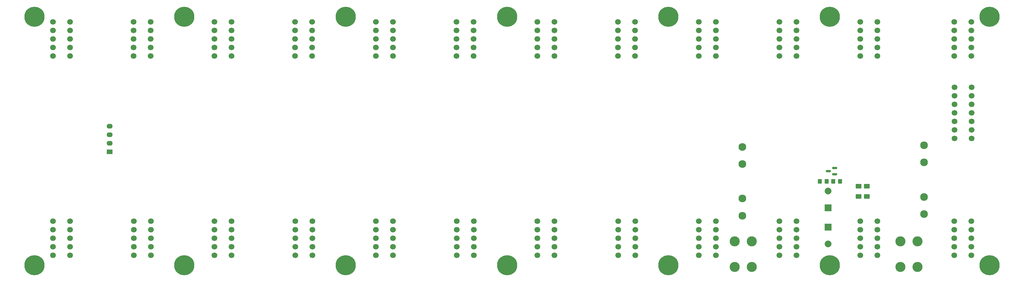
<source format=gbr>
%TF.GenerationSoftware,KiCad,Pcbnew,7.0.9*%
%TF.CreationDate,2024-06-20T11:52:21+03:00*%
%TF.ProjectId,___________ _____,1c304235-4038-43d4-913a-304f203f3b30,rev?*%
%TF.SameCoordinates,Original*%
%TF.FileFunction,Soldermask,Bot*%
%TF.FilePolarity,Negative*%
%FSLAX46Y46*%
G04 Gerber Fmt 4.6, Leading zero omitted, Abs format (unit mm)*
G04 Created by KiCad (PCBNEW 7.0.9) date 2024-06-20 11:52:21*
%MOMM*%
%LPD*%
G01*
G04 APERTURE LIST*
G04 Aperture macros list*
%AMRoundRect*
0 Rectangle with rounded corners*
0 $1 Rounding radius*
0 $2 $3 $4 $5 $6 $7 $8 $9 X,Y pos of 4 corners*
0 Add a 4 corners polygon primitive as box body*
4,1,4,$2,$3,$4,$5,$6,$7,$8,$9,$2,$3,0*
0 Add four circle primitives for the rounded corners*
1,1,$1+$1,$2,$3*
1,1,$1+$1,$4,$5*
1,1,$1+$1,$6,$7*
1,1,$1+$1,$8,$9*
0 Add four rect primitives between the rounded corners*
20,1,$1+$1,$2,$3,$4,$5,0*
20,1,$1+$1,$4,$5,$6,$7,0*
20,1,$1+$1,$6,$7,$8,$9,0*
20,1,$1+$1,$8,$9,$2,$3,0*%
G04 Aperture macros list end*
%ADD10C,1.700000*%
%ADD11R,2.000000X2.000000*%
%ADD12C,2.000000*%
%ADD13C,6.000000*%
%ADD14C,3.000000*%
%ADD15R,1.800000X1.400000*%
%ADD16O,1.800000X1.400000*%
%ADD17C,2.300000*%
%ADD18RoundRect,0.250000X-0.350000X-0.450000X0.350000X-0.450000X0.350000X0.450000X-0.350000X0.450000X0*%
%ADD19RoundRect,0.150000X0.587500X0.150000X-0.587500X0.150000X-0.587500X-0.150000X0.587500X-0.150000X0*%
%ADD20RoundRect,0.250001X-0.624999X0.462499X-0.624999X-0.462499X0.624999X-0.462499X0.624999X0.462499X0*%
%ADD21RoundRect,0.250001X0.624999X-0.462499X0.624999X0.462499X-0.624999X0.462499X-0.624999X-0.462499X0*%
G04 APERTURE END LIST*
D10*
%TO.C,J6*%
X227000000Y-33000000D03*
X227000000Y-35540000D03*
X227000000Y-38080000D03*
X227000000Y-40620000D03*
X227000000Y-43160000D03*
X232080000Y-43160000D03*
X232080000Y-40620000D03*
X232080000Y-38080000D03*
X232080000Y-35540000D03*
X232080000Y-33000000D03*
%TD*%
D11*
%TO.C,C1*%
X241500000Y-88367677D03*
D12*
X241500000Y-83367677D03*
%TD*%
D10*
%TO.C,J22*%
X35000000Y-33000000D03*
X35000000Y-35540000D03*
X35000000Y-38080000D03*
X35000000Y-40620000D03*
X35000000Y-43160000D03*
X40080000Y-43160000D03*
X40080000Y-40620000D03*
X40080000Y-38080000D03*
X40080000Y-35540000D03*
X40080000Y-33000000D03*
%TD*%
D13*
%TO.C,H6*%
X98000000Y-31500000D03*
%TD*%
D14*
%TO.C,J27*%
X213650000Y-98380000D03*
X213650000Y-106000000D03*
X218730000Y-98380000D03*
X218730000Y-106000000D03*
%TD*%
D10*
%TO.C,J16*%
X107000000Y-33000000D03*
X107000000Y-35540000D03*
X107000000Y-38080000D03*
X107000000Y-40620000D03*
X107000000Y-43160000D03*
X112080000Y-43160000D03*
X112080000Y-40620000D03*
X112080000Y-38080000D03*
X112080000Y-35540000D03*
X112080000Y-33000000D03*
%TD*%
D13*
%TO.C,H1*%
X5500000Y-31500000D03*
%TD*%
D10*
%TO.C,J9*%
X203020000Y-92400000D03*
X203020000Y-94940000D03*
X203020000Y-97480000D03*
X203020000Y-100020000D03*
X203020000Y-102560000D03*
X208100000Y-102560000D03*
X208100000Y-100020000D03*
X208100000Y-97480000D03*
X208100000Y-94940000D03*
X208100000Y-92400000D03*
%TD*%
D13*
%TO.C,H13*%
X194000000Y-31500000D03*
%TD*%
D10*
%TO.C,J3*%
X279020000Y-52500000D03*
X279020000Y-55040000D03*
X279020000Y-57580000D03*
X279020000Y-60120000D03*
X279020000Y-62660000D03*
X279020000Y-65200000D03*
X279020000Y-67740000D03*
X284100000Y-67740000D03*
X284100000Y-65200000D03*
X284100000Y-62660000D03*
X284100000Y-60120000D03*
X284100000Y-57580000D03*
X284100000Y-55040000D03*
X284100000Y-52500000D03*
%TD*%
%TO.C,J7*%
X227020000Y-92400000D03*
X227020000Y-94940000D03*
X227020000Y-97480000D03*
X227020000Y-100020000D03*
X227020000Y-102560000D03*
X232100000Y-102560000D03*
X232100000Y-100020000D03*
X232100000Y-97480000D03*
X232100000Y-94940000D03*
X232100000Y-92400000D03*
%TD*%
%TO.C,J4*%
X251000000Y-33000000D03*
X251000000Y-35540000D03*
X251000000Y-38080000D03*
X251000000Y-40620000D03*
X251000000Y-43160000D03*
X256080000Y-43160000D03*
X256080000Y-40620000D03*
X256080000Y-38080000D03*
X256080000Y-35540000D03*
X256080000Y-33000000D03*
%TD*%
D15*
%TO.C,U2*%
X27867500Y-71762500D03*
D16*
X27867500Y-69222500D03*
X27867500Y-66682500D03*
X27867500Y-64142500D03*
%TD*%
D13*
%TO.C,H10*%
X98000000Y-105500000D03*
%TD*%
D10*
%TO.C,J20*%
X59000000Y-33000000D03*
X59000000Y-35540000D03*
X59000000Y-38080000D03*
X59000000Y-40620000D03*
X59000000Y-43160000D03*
X64080000Y-43160000D03*
X64080000Y-40620000D03*
X64080000Y-38080000D03*
X64080000Y-35540000D03*
X64080000Y-33000000D03*
%TD*%
D13*
%TO.C,H7*%
X50000000Y-105500000D03*
%TD*%
D17*
%TO.C,F1*%
X270000000Y-69750000D03*
X270000000Y-74850000D03*
X270000000Y-85150000D03*
X270000000Y-90250000D03*
%TD*%
D13*
%TO.C,H14*%
X5500000Y-105500000D03*
%TD*%
%TO.C,H9*%
X242000000Y-105500000D03*
%TD*%
D10*
%TO.C,J19*%
X83020000Y-92400000D03*
X83020000Y-94940000D03*
X83020000Y-97480000D03*
X83020000Y-100020000D03*
X83020000Y-102560000D03*
X88100000Y-102560000D03*
X88100000Y-100020000D03*
X88100000Y-97480000D03*
X88100000Y-94940000D03*
X88100000Y-92400000D03*
%TD*%
D17*
%TO.C,F2*%
X216000000Y-70250000D03*
X216000000Y-75350000D03*
X216000000Y-85650000D03*
X216000000Y-90750000D03*
%TD*%
D13*
%TO.C,H5*%
X242000000Y-31500000D03*
%TD*%
%TO.C,H2*%
X50000000Y-31500000D03*
%TD*%
D10*
%TO.C,J2*%
X279000000Y-92400000D03*
X279000000Y-94940000D03*
X279000000Y-97480000D03*
X279000000Y-100020000D03*
X279000000Y-102560000D03*
X284080000Y-102560000D03*
X284080000Y-100020000D03*
X284080000Y-97480000D03*
X284080000Y-94940000D03*
X284080000Y-92400000D03*
%TD*%
%TO.C,J1*%
X279000000Y-33000000D03*
X279000000Y-35540000D03*
X279000000Y-38080000D03*
X279000000Y-40620000D03*
X279000000Y-43160000D03*
X284080000Y-43160000D03*
X284080000Y-40620000D03*
X284080000Y-38080000D03*
X284080000Y-35540000D03*
X284080000Y-33000000D03*
%TD*%
D13*
%TO.C,H3*%
X146000000Y-31500000D03*
%TD*%
D10*
%TO.C,J24*%
X11000000Y-33000000D03*
X11000000Y-35540000D03*
X11000000Y-38080000D03*
X11000000Y-40620000D03*
X11000000Y-43160000D03*
X16080000Y-43160000D03*
X16080000Y-40620000D03*
X16080000Y-38080000D03*
X16080000Y-35540000D03*
X16080000Y-33000000D03*
%TD*%
D11*
%TO.C,C2*%
X241500000Y-94132323D03*
D12*
X241500000Y-99132323D03*
%TD*%
D13*
%TO.C,H4*%
X289500000Y-31500000D03*
%TD*%
D10*
%TO.C,J18*%
X83000000Y-33000000D03*
X83000000Y-35540000D03*
X83000000Y-38080000D03*
X83000000Y-40620000D03*
X83000000Y-43160000D03*
X88080000Y-43160000D03*
X88080000Y-40620000D03*
X88080000Y-38080000D03*
X88080000Y-35540000D03*
X88080000Y-33000000D03*
%TD*%
%TO.C,J11*%
X179020000Y-92400000D03*
X179020000Y-94940000D03*
X179020000Y-97480000D03*
X179020000Y-100020000D03*
X179020000Y-102560000D03*
X184100000Y-102560000D03*
X184100000Y-100020000D03*
X184100000Y-97480000D03*
X184100000Y-94940000D03*
X184100000Y-92400000D03*
%TD*%
%TO.C,J13*%
X155020000Y-92400000D03*
X155020000Y-94940000D03*
X155020000Y-97480000D03*
X155020000Y-100020000D03*
X155020000Y-102560000D03*
X160100000Y-102560000D03*
X160100000Y-100020000D03*
X160100000Y-97480000D03*
X160100000Y-94940000D03*
X160100000Y-92400000D03*
%TD*%
%TO.C,J15*%
X131020000Y-92400000D03*
X131020000Y-94940000D03*
X131020000Y-97480000D03*
X131020000Y-100020000D03*
X131020000Y-102560000D03*
X136100000Y-102560000D03*
X136100000Y-100020000D03*
X136100000Y-97480000D03*
X136100000Y-94940000D03*
X136100000Y-92400000D03*
%TD*%
D13*
%TO.C,H11*%
X146000000Y-105500000D03*
%TD*%
D10*
%TO.C,J17*%
X107020000Y-92400000D03*
X107020000Y-94940000D03*
X107020000Y-97480000D03*
X107020000Y-100020000D03*
X107020000Y-102560000D03*
X112100000Y-102560000D03*
X112100000Y-100020000D03*
X112100000Y-97480000D03*
X112100000Y-94940000D03*
X112100000Y-92400000D03*
%TD*%
D14*
%TO.C,J26*%
X263000000Y-98380000D03*
X263000000Y-106000000D03*
X268080000Y-98380000D03*
X268080000Y-106000000D03*
%TD*%
D13*
%TO.C,H8*%
X194000000Y-105500000D03*
%TD*%
D10*
%TO.C,J14*%
X131000000Y-33000000D03*
X131000000Y-35540000D03*
X131000000Y-38080000D03*
X131000000Y-40620000D03*
X131000000Y-43160000D03*
X136080000Y-43160000D03*
X136080000Y-40620000D03*
X136080000Y-38080000D03*
X136080000Y-35540000D03*
X136080000Y-33000000D03*
%TD*%
%TO.C,J10*%
X179000000Y-33000000D03*
X179000000Y-35540000D03*
X179000000Y-38080000D03*
X179000000Y-40620000D03*
X179000000Y-43160000D03*
X184080000Y-43160000D03*
X184080000Y-40620000D03*
X184080000Y-38080000D03*
X184080000Y-35540000D03*
X184080000Y-33000000D03*
%TD*%
%TO.C,J12*%
X155000000Y-33000000D03*
X155000000Y-35540000D03*
X155000000Y-38080000D03*
X155000000Y-40620000D03*
X155000000Y-43160000D03*
X160080000Y-43160000D03*
X160080000Y-40620000D03*
X160080000Y-38080000D03*
X160080000Y-35540000D03*
X160080000Y-33000000D03*
%TD*%
%TO.C,J23*%
X35020000Y-92400000D03*
X35020000Y-94940000D03*
X35020000Y-97480000D03*
X35020000Y-100020000D03*
X35020000Y-102560000D03*
X40100000Y-102560000D03*
X40100000Y-100020000D03*
X40100000Y-97480000D03*
X40100000Y-94940000D03*
X40100000Y-92400000D03*
%TD*%
%TO.C,J5*%
X251000000Y-92400000D03*
X251000000Y-94940000D03*
X251000000Y-97480000D03*
X251000000Y-100020000D03*
X251000000Y-102560000D03*
X256080000Y-102560000D03*
X256080000Y-100020000D03*
X256080000Y-97480000D03*
X256080000Y-94940000D03*
X256080000Y-92400000D03*
%TD*%
%TO.C,J21*%
X59020000Y-92400000D03*
X59020000Y-94940000D03*
X59020000Y-97480000D03*
X59020000Y-100020000D03*
X59020000Y-102560000D03*
X64100000Y-102560000D03*
X64100000Y-100020000D03*
X64100000Y-97480000D03*
X64100000Y-94940000D03*
X64100000Y-92400000D03*
%TD*%
%TO.C,J8*%
X203000000Y-33000000D03*
X203000000Y-35540000D03*
X203000000Y-38080000D03*
X203000000Y-40620000D03*
X203000000Y-43160000D03*
X208080000Y-43160000D03*
X208080000Y-40620000D03*
X208080000Y-38080000D03*
X208080000Y-35540000D03*
X208080000Y-33000000D03*
%TD*%
%TO.C,J25*%
X11020000Y-92400000D03*
X11020000Y-94940000D03*
X11020000Y-97480000D03*
X11020000Y-100020000D03*
X11020000Y-102560000D03*
X16100000Y-102560000D03*
X16100000Y-100020000D03*
X16100000Y-97480000D03*
X16100000Y-94940000D03*
X16100000Y-92400000D03*
%TD*%
D13*
%TO.C,H12*%
X289500000Y-105500000D03*
%TD*%
D18*
%TO.C,R4*%
X243000000Y-80500000D03*
X245000000Y-80500000D03*
%TD*%
D19*
%TO.C,U1*%
X243437500Y-76550000D03*
X243437500Y-78450000D03*
X241562500Y-77500000D03*
%TD*%
D20*
%TO.C,R5*%
X253000000Y-82000000D03*
X253000000Y-84975000D03*
%TD*%
D21*
%TO.C,R6*%
X250500000Y-84975000D03*
X250500000Y-82000000D03*
%TD*%
D18*
%TO.C,R3*%
X239000000Y-80500000D03*
X241000000Y-80500000D03*
%TD*%
M02*

</source>
